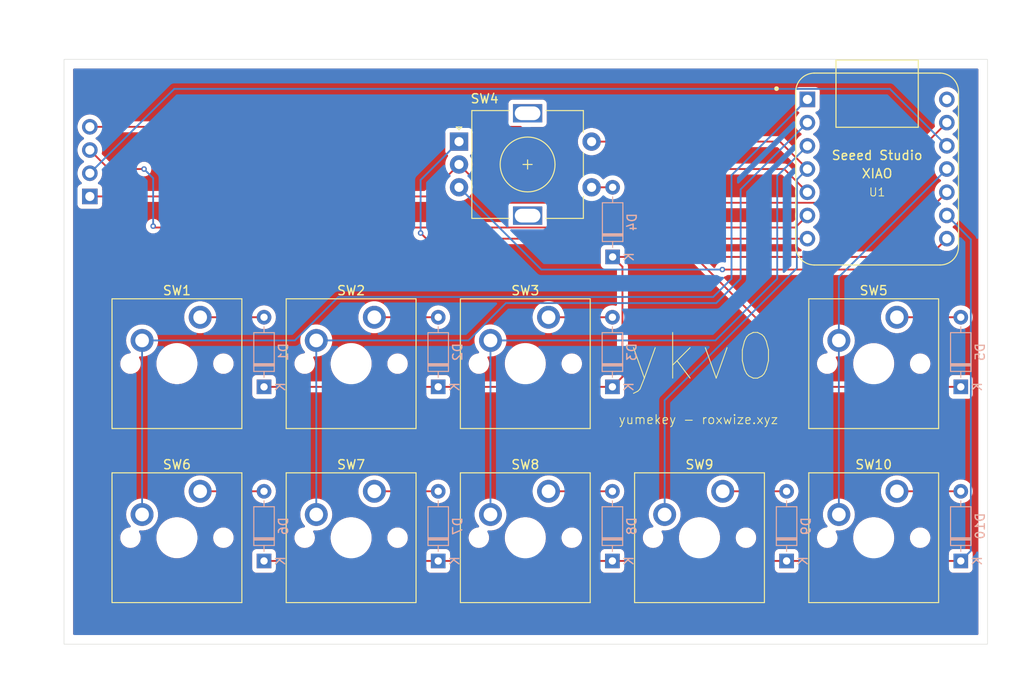
<source format=kicad_pcb>
(kicad_pcb (version 20240108) (generator "pcbnew") (generator_version "8.0")
  (layers (0 "F.Cu" signal) (31 "B.Cu" signal) (34 "B.Paste" user) (35 "F.Paste" user) (36 "B.SilkS" user "B.Silkscreen") (37 "F.SilkS" user "F.Silkscreen") (38 "B.Mask" user) (39 "F.Mask" user) (44 "Edge.Cuts" user))
  (net 0 "")
  (net 1 "row0")
  (net 2 "Net-(D1-A)")
  (net 3 "Net-(D2-A)")
  (net 4 "Net-(D3-A)")
  (net 5 "rsa")
  (net 6 "Net-(D5-A)")
  (net 7 "row1")
  (net 8 "Net-(D6-A)")
  (net 9 "Net-(D7-A)")
  (net 10 "Net-(D8-A)")
  (net 11 "Net-(D9-A)")
  (net 12 "Net-(D10-A)")
  (net 13 "Net-(J1-SCL)")
  (net 14 "+3.3V")
  (net 15 "GND")
  (net 16 "Net-(J1-SDA)")
  (net 17 "col0")
  (net 18 "col1")
  (net 19 "col2")
  (net 20 "rea")
  (net 21 "col3")
  (net 22 "reb")
  (net 23 "col4")
  (footprint "ScottoKeebs_Components:OLED_128x32" (layer "F.Cu") (at 122.225 86.2)
    (property "Reference" "J1" (hide yes))
    (property "Value" "SSD1306")
    (pad "1" thru_hole rect (at 1.6 9.8 180) (size 1.7 1.7) (drill 1) (layers "*.Cu" "*.Mask") (net 15 "GND"))
    (pad "2" thru_hole oval (at 1.6 7.26 180) (size 1.7 1.7) (drill 1) (layers "*.Cu" "*.Mask") (net 14 "+3.3V"))
    (pad "3" thru_hole oval (at 1.6 4.72 180) (size 1.7 1.7) (drill 1) (layers "*.Cu" "*.Mask") (net 13 "Net-(J1-SCL)"))
    (pad "4" thru_hole oval (at 1.6 2.18 180) (size 1.7 1.7) (drill 1) (layers "*.Cu" "*.Mask") (net 16 "Net-(J1-SDA)"))
  )
  (footprint "User_Footprints:XIAO-Generic-Thruhole-14P-2.54-21X17.8MM" (layer "F.Cu") (at 209.925 93)
    (property "Reference" "U1" (at 0 2.54 0) (layer "F.SilkS") (effects (font (size 0.889 0.889) (thickness 0.1016))))
    (property "Value" "Seeed Studio XIAO SAMD21" (hide yes))
    (fp_line (start -8.9 -8.5) (end -8.9 8.5) (stroke (width 0.127)) (layer "F.SilkS"))
    (fp_line (start -6.9 10.5) (end 6.9 10.5) (stroke (width 0.127)) (layer "F.SilkS"))
    (fp_line (start -4.5 -11.92403) (end 4.5 -11.92403) (stroke (width 0.127)) (layer "F.SilkS"))
    (fp_line (start -4.5 -4.57073) (end -4.5 -11.92403) (stroke (width 0.127)) (layer "F.SilkS"))
    (fp_line (start 4.5 -11.92403) (end 4.5 -4.57073) (stroke (width 0.127)) (layer "F.SilkS"))
    (fp_line (start 4.5 -4.57073) (end -4.5 -4.57073) (stroke (width 0.127)) (layer "F.SilkS"))
    (fp_line (start 6.9 -10.49909) (end -6.9 -10.49909) (stroke (width 0.127)) (layer "F.SilkS"))
    (fp_line (start 8.9 8.5) (end 8.9 -8.5) (stroke (width 0.127)) (layer "F.SilkS"))
    (fp_arc (start -8.9 -8.5) (mid -8.301491 -9.901491) (end -6.9 -10.5) (stroke (width 0.12)) (layer "F.SilkS"))
    (fp_arc (start -6.9 10.5) (mid -8.301423 9.901423) (end -8.9 8.5) (stroke (width 0.12)) (layer "F.SilkS"))
    (fp_arc (start 6.9 -10.5) (mid 8.301494 -9.901494) (end 8.9 -8.5) (stroke (width 0.12)) (layer "F.SilkS"))
    (fp_arc (start 8.9 8.5) (mid 8.314214 9.914214) (end 6.9 10.5) (stroke (width 0.12)) (layer "F.SilkS"))
    (fp_circle (center -11 -8.8) (end -11 -9.054) (fill solid) (layer "F.SilkS"))
    (fp_poly (pts (xy -8.887715 -8.561705) (xy -8.884667 -8.610473) (xy -8.880603 -8.659494)) (stroke (width 0.0254)) (fill none) (layer "F.SilkS"))
    (fp_poly (pts (xy 8.889492 8.521574) (xy 8.887713 8.57085) (xy 8.884665 8.619618) (xy 8.880601 8.668639) (xy 8.875268 8.717407) (xy 8.868664 8.766175) (xy 8.861044 8.81469) (xy 8.852153 8.86295) (xy 8.842248 8.910955)) (stroke (width 0.0254)) (fill none) (layer "F.SilkS"))
    (fp_text user "Seeed Studio" (at 0 -1.5 0) (layer "F.SilkS"))
    (fp_text user "XIAO" (at 0 0.5 0) (layer "F.SilkS"))
    (pad "1" thru_hole rect (at -7.625 -7.62) (size 1.7 1.7) (drill 1) (layers "*.Cu" "*.Mask") (net 17 "col0"))
    (pad "2" thru_hole circle (at -7.625 -5.08) (size 1.7 1.7) (drill 1) (layers "*.Cu" "*.Mask") (net 18 "col1"))
    (pad "3" thru_hole circle (at -7.625 -2.54) (size 1.7 1.7) (drill 1) (layers "*.Cu" "*.Mask") (net 19 "col2"))
    (pad "4" thru_hole circle (at -7.625 0) (size 1.7 1.7) (drill 1) (layers "*.Cu" "*.Mask") (net 21 "col3"))
    (pad "5" thru_hole circle (at -7.625 2.54) (size 1.7 1.7) (drill 1) (layers "*.Cu" "*.Mask") (net 16 "Net-(J1-SDA)"))
    (pad "6" thru_hole circle (at -7.625 5.08 180) (size 1.7 1.7) (drill 1) (layers "*.Cu" "*.Mask") (net 13 "Net-(J1-SCL)"))
    (pad "7" thru_hole circle (at -7.625 7.62) (size 1.7 1.7) (drill 1) (layers "*.Cu" "*.Mask") (net 20 "rea"))
    (pad "8" thru_hole circle (at 7.625 7.62) (size 1.7 1.7) (drill 1) (layers "*.Cu" "*.Mask") (net 22 "reb"))
    (pad "9" thru_hole circle (at 7.625 5.08) (size 1.7 1.7) (drill 1) (layers "*.Cu" "*.Mask") (net 7 "row1"))
    (pad "10" thru_hole circle (at 7.625 2.54) (size 1.7 1.7) (drill 1) (layers "*.Cu" "*.Mask") (net 1 "row0"))
    (pad "11" thru_hole circle (at 7.625 0) (size 1.7 1.7) (drill 1) (layers "*.Cu" "*.Mask") (net 23 "col4"))
    (pad "12" thru_hole circle (at 7.625 -2.54) (size 1.7 1.7) (drill 1) (layers "*.Cu" "*.Mask") (net 14 "+3.3V"))
    (pad "13" thru_hole circle (at 7.625 -5.08) (size 1.7 1.7) (drill 1) (layers "*.Cu" "*.Mask") (net 15 "GND"))
    (pad "14" thru_hole circle (at 7.625 -7.62) (size 1.7 1.7) (drill 1) (layers "*.Cu" "*.Mask"))
  )
  (footprint "ScottoKeebs_MX:MX_PCB_1.00u" (layer "F.Cu") (at 190.5 133.35)
    (property "Reference" "SW9" (at 0 -8 0) (layer "F.SilkS"))
    (property "Value" "SW_Push")
    (fp_line (start -7.1 -7.1) (end -7.1 7.1) (stroke (width 0.12)) (layer "F.SilkS"))
    (fp_line (start -7.1 7.1) (end 7.1 7.1) (stroke (width 0.12)) (layer "F.SilkS"))
    (fp_line (start 7.1 -7.1) (end -7.1 -7.1) (stroke (width 0.12)) (layer "F.SilkS"))
    (fp_line (start 7.1 7.1) (end 7.1 -7.1) (stroke (width 0.12)) (layer "F.SilkS"))
    (pad "" np_thru_hole circle (at -5.08 0) (size 1.75 1.75) (drill 1.75) (layers "*.Cu" "*.Mask"))
    (pad "" np_thru_hole circle (at 0 0) (size 4 4) (drill 4) (layers "*.Cu" "*.Mask"))
    (pad "" np_thru_hole circle (at 5.08 0) (size 1.75 1.75) (drill 1.75) (layers "*.Cu" "*.Mask"))
    (pad "1" thru_hole circle (at -3.81 -2.54) (size 2.5 2.5) (drill 1.5) (layers "*.Cu" "*.Mask") (net 21 "col3"))
    (pad "2" thru_hole circle (at 2.54 -5.08) (size 2.5 2.5) (drill 1.5) (layers "*.Cu" "*.Mask") (net 11 "Net-(D9-A)"))
  )
  (footprint "ScottoKeebs_MX:MX_PCB_1.00u" (layer "F.Cu") (at 171.45 114.3)
    (property "Reference" "SW3" (at 0 -8 0) (layer "F.SilkS"))
    (property "Value" "SW_Push")
    (fp_line (start -7.1 -7.1) (end -7.1 7.1) (stroke (width 0.12)) (layer "F.SilkS"))
    (fp_line (start -7.1 7.1) (end 7.1 7.1) (stroke (width 0.12)) (layer "F.SilkS"))
    (fp_line (start 7.1 -7.1) (end -7.1 -7.1) (stroke (width 0.12)) (layer "F.SilkS"))
    (fp_line (start 7.1 7.1) (end 7.1 -7.1) (stroke (width 0.12)) (layer "F.SilkS"))
    (pad "" np_thru_hole circle (at -5.08 0) (size 1.75 1.75) (drill 1.75) (layers "*.Cu" "*.Mask"))
    (pad "" np_thru_hole circle (at 0 0) (size 4 4) (drill 4) (layers "*.Cu" "*.Mask"))
    (pad "" np_thru_hole circle (at 5.08 0) (size 1.75 1.75) (drill 1.75) (layers "*.Cu" "*.Mask"))
    (pad "1" thru_hole circle (at -3.81 -2.54) (size 2.5 2.5) (drill 1.5) (layers "*.Cu" "*.Mask") (net 19 "col2"))
    (pad "2" thru_hole circle (at 2.54 -5.08) (size 2.5 2.5) (drill 1.5) (layers "*.Cu" "*.Mask") (net 4 "Net-(D3-A)"))
  )
  (footprint "ScottoKeebs_MX:MX_PCB_1.00u" (layer "F.Cu") (at 133.35 133.35)
    (property "Reference" "SW6" (at 0 -8 0) (layer "F.SilkS"))
    (property "Value" "SW_Push")
    (fp_line (start -7.1 -7.1) (end -7.1 7.1) (stroke (width 0.12)) (layer "F.SilkS"))
    (fp_line (start -7.1 7.1) (end 7.1 7.1) (stroke (width 0.12)) (layer "F.SilkS"))
    (fp_line (start 7.1 -7.1) (end -7.1 -7.1) (stroke (width 0.12)) (layer "F.SilkS"))
    (fp_line (start 7.1 7.1) (end 7.1 -7.1) (stroke (width 0.12)) (layer "F.SilkS"))
    (pad "" np_thru_hole circle (at -5.08 0) (size 1.75 1.75) (drill 1.75) (layers "*.Cu" "*.Mask"))
    (pad "" np_thru_hole circle (at 0 0) (size 4 4) (drill 4) (layers "*.Cu" "*.Mask"))
    (pad "" np_thru_hole circle (at 5.08 0) (size 1.75 1.75) (drill 1.75) (layers "*.Cu" "*.Mask"))
    (pad "1" thru_hole circle (at -3.81 -2.54) (size 2.5 2.5) (drill 1.5) (layers "*.Cu" "*.Mask") (net 17 "col0"))
    (pad "2" thru_hole circle (at 2.54 -5.08) (size 2.5 2.5) (drill 1.5) (layers "*.Cu" "*.Mask") (net 8 "Net-(D6-A)"))
  )
  (footprint "ScottoKeebs_MX:MX_PCB_1.00u" (layer "F.Cu") (at 133.35 114.3)
    (property "Reference" "SW1" (at 0 -8 0) (layer "F.SilkS"))
    (property "Value" "SW_Push")
    (fp_line (start -7.1 -7.1) (end -7.1 7.1) (stroke (width 0.12)) (layer "F.SilkS"))
    (fp_line (start -7.1 7.1) (end 7.1 7.1) (stroke (width 0.12)) (layer "F.SilkS"))
    (fp_line (start 7.1 -7.1) (end -7.1 -7.1) (stroke (width 0.12)) (layer "F.SilkS"))
    (fp_line (start 7.1 7.1) (end 7.1 -7.1) (stroke (width 0.12)) (layer "F.SilkS"))
    (pad "" np_thru_hole circle (at -5.08 0) (size 1.75 1.75) (drill 1.75) (layers "*.Cu" "*.Mask"))
    (pad "" np_thru_hole circle (at 0 0) (size 4 4) (drill 4) (layers "*.Cu" "*.Mask"))
    (pad "" np_thru_hole circle (at 5.08 0) (size 1.75 1.75) (drill 1.75) (layers "*.Cu" "*.Mask"))
    (pad "1" thru_hole circle (at -3.81 -2.54) (size 2.5 2.5) (drill 1.5) (layers "*.Cu" "*.Mask") (net 17 "col0"))
    (pad "2" thru_hole circle (at 2.54 -5.08) (size 2.5 2.5) (drill 1.5) (layers "*.Cu" "*.Mask") (net 2 "Net-(D1-A)"))
  )
  (footprint "ScottoKeebs_MX:MX_PCB_1.00u" (layer "F.Cu") (at 209.55 133.35)
    (property "Reference" "SW10" (at 0 -8 0) (layer "F.SilkS"))
    (property "Value" "SW_Push")
    (fp_line (start -7.1 -7.1) (end -7.1 7.1) (stroke (width 0.12)) (layer "F.SilkS"))
    (fp_line (start -7.1 7.1) (end 7.1 7.1) (stroke (width 0.12)) (layer "F.SilkS"))
    (fp_line (start 7.1 -7.1) (end -7.1 -7.1) (stroke (width 0.12)) (layer "F.SilkS"))
    (fp_line (start 7.1 7.1) (end 7.1 -7.1) (stroke (width 0.12)) (layer "F.SilkS"))
    (pad "" np_thru_hole circle (at -5.08 0) (size 1.75 1.75) (drill 1.75) (layers "*.Cu" "*.Mask"))
    (pad "" np_thru_hole circle (at 0 0) (size 4 4) (drill 4) (layers "*.Cu" "*.Mask"))
    (pad "" np_thru_hole circle (at 5.08 0) (size 1.75 1.75) (drill 1.75) (layers "*.Cu" "*.Mask"))
    (pad "1" thru_hole circle (at -3.81 -2.54) (size 2.5 2.5) (drill 1.5) (layers "*.Cu" "*.Mask") (net 23 "col4"))
    (pad "2" thru_hole circle (at 2.54 -5.08) (size 2.5 2.5) (drill 1.5) (layers "*.Cu" "*.Mask") (net 12 "Net-(D10-A)"))
  )
  (footprint "Rotary_Encoder:RotaryEncoder_Alps_EC11E-Switch_Vertical_H20mm" (layer "F.Cu") (at 164.2 90)
    (property "Reference" "SW4" (at 2.8 -4.7 0) (layer "F.SilkS"))
    (property "Value" "RotaryEncoder_Switch")
    (fp_line (start -0.3 -1.6) (end 0.3 -1.6) (stroke (width 0.12)) (layer "F.SilkS"))
    (fp_line (start 0 -1.3) (end -0.3 -1.6) (stroke (width 0.12)) (layer "F.SilkS"))
    (fp_line (start 0.3 -1.6) (end 0 -1.3) (stroke (width 0.12)) (layer "F.SilkS"))
    (fp_line (start 1.4 -3.4) (end 1.4 8.4) (stroke (width 0.12)) (layer "F.SilkS"))
    (fp_line (start 5.5 -3.4) (end 1.4 -3.4) (stroke (width 0.12)) (layer "F.SilkS"))
    (fp_line (start 5.5 8.4) (end 1.4 8.4) (stroke (width 0.12)) (layer "F.SilkS"))
    (fp_line (start 7 2.5) (end 8 2.5) (stroke (width 0.12)) (layer "F.SilkS"))
    (fp_line (start 7.5 2) (end 7.5 3) (stroke (width 0.12)) (layer "F.SilkS"))
    (fp_line (start 9.5 -3.4) (end 13.6 -3.4) (stroke (width 0.12)) (layer "F.SilkS"))
    (fp_line (start 13.6 -3.4) (end 13.6 -1) (stroke (width 0.12)) (layer "F.SilkS"))
    (fp_line (start 13.6 1.2) (end 13.6 3.8) (stroke (width 0.12)) (layer "F.SilkS"))
    (fp_line (start 13.6 6) (end 13.6 8.4) (stroke (width 0.12)) (layer "F.SilkS"))
    (fp_line (start 13.6 8.4) (end 9.5 8.4) (stroke (width 0.12)) (layer "F.SilkS"))
    (fp_circle (center 7.5 2.5) (end 10.5 2.5) (stroke (width 0.12)) (fill none) (layer "F.SilkS"))
    (pad "A" thru_hole rect (at 0 0) (size 2 2) (drill 1) (layers "*.Cu" "*.Mask") (net 20 "rea"))
    (pad "B" thru_hole circle (at 0 5) (size 2 2) (drill 1) (layers "*.Cu" "*.Mask") (net 22 "reb"))
    (pad "C" thru_hole circle (at 0 2.5) (size 2 2) (drill 1) (layers "*.Cu" "*.Mask") (net 15 "GND"))
    (pad "MP" thru_hole rect (at 7.5 -3.1) (size 3.2 2) (drill oval 2.8 1.5) (layers "*.Cu" "*.Mask"))
    (pad "MP" thru_hole rect (at 7.5 8.1) (size 3.2 2) (drill oval 2.8 1.5) (layers "*.Cu" "*.Mask"))
    (pad "S1" thru_hole circle (at 14.5 5) (size 2 2) (drill 1) (layers "*.Cu" "*.Mask") (net 5 "rsa"))
    (pad "S2" thru_hole circle (at 14.5 0) (size 2 2) (drill 1) (layers "*.Cu" "*.Mask") (net 21 "col3"))
  )
  (footprint "ScottoKeebs_MX:MX_PCB_1.00u" (layer "F.Cu") (at 152.4 114.3)
    (property "Reference" "SW2" (at 0 -8 0) (layer "F.SilkS"))
    (property "Value" "SW_Push")
    (fp_line (start -7.1 -7.1) (end -7.1 7.1) (stroke (width 0.12)) (layer "F.SilkS"))
    (fp_line (start -7.1 7.1) (end 7.1 7.1) (stroke (width 0.12)) (layer "F.SilkS"))
    (fp_line (start 7.1 -7.1) (end -7.1 -7.1) (stroke (width 0.12)) (layer "F.SilkS"))
    (fp_line (start 7.1 7.1) (end 7.1 -7.1) (stroke (width 0.12)) (layer "F.SilkS"))
    (pad "" np_thru_hole circle (at -5.08 0) (size 1.75 1.75) (drill 1.75) (layers "*.Cu" "*.Mask"))
    (pad "" np_thru_hole circle (at 0 0) (size 4 4) (drill 4) (layers "*.Cu" "*.Mask"))
    (pad "" np_thru_hole circle (at 5.08 0) (size 1.75 1.75) (drill 1.75) (layers "*.Cu" "*.Mask"))
    (pad "1" thru_hole circle (at -3.81 -2.54) (size 2.5 2.5) (drill 1.5) (layers "*.Cu" "*.Mask") (net 18 "col1"))
    (pad "2" thru_hole circle (at 2.54 -5.08) (size 2.5 2.5) (drill 1.5) (layers "*.Cu" "*.Mask") (net 3 "Net-(D2-A)"))
  )
  (footprint "ScottoKeebs_MX:MX_PCB_1.00u" (layer "F.Cu") (at 209.55 114.3)
    (property "Reference" "SW5" (at 0 -8 0) (layer "F.SilkS"))
    (property "Value" "SW_Push")
    (fp_line (start -7.1 -7.1) (end -7.1 7.1) (stroke (width 0.12)) (layer "F.SilkS"))
    (fp_line (start -7.1 7.1) (end 7.1 7.1) (stroke (width 0.12)) (layer "F.SilkS"))
    (fp_line (start 7.1 -7.1) (end -7.1 -7.1) (stroke (width 0.12)) (layer "F.SilkS"))
    (fp_line (start 7.1 7.1) (end 7.1 -7.1) (stroke (width 0.12)) (layer "F.SilkS"))
    (pad "" np_thru_hole circle (at -5.08 0) (size 1.75 1.75) (drill 1.75) (layers "*.Cu" "*.Mask"))
    (pad "" np_thru_hole circle (at 0 0) (size 4 4) (drill 4) (layers "*.Cu" "*.Mask"))
    (pad "" np_thru_hole circle (at 5.08 0) (size 1.75 1.75) (drill 1.75) (layers "*.Cu" "*.Mask"))
    (pad "1" thru_hole circle (at -3.81 -2.54) (size 2.5 2.5) (drill 1.5) (layers "*.Cu" "*.Mask") (net 23 "col4"))
    (pad "2" thru_hole circle (at 2.54 -5.08) (size 2.5 2.5) (drill 1.5) (layers "*.Cu" "*.Mask") (net 6 "Net-(D5-A)"))
  )
  (footprint "ScottoKeebs_MX:MX_PCB_1.00u" (layer "F.Cu") (at 171.45 133.35)
    (property "Reference" "SW8" (at 0 -8 0) (layer "F.SilkS"))
    (property "Value" "SW_Push")
    (fp_line (start -7.1 -7.1) (end -7.1 7.1) (stroke (width 0.12)) (layer "F.SilkS"))
    (fp_line (start -7.1 7.1) (end 7.1 7.1) (stroke (width 0.12)) (layer "F.SilkS"))
    (fp_line (start 7.1 -7.1) (end -7.1 -7.1) (stroke (width 0.12)) (layer "F.SilkS"))
    (fp_line (start 7.1 7.1) (end 7.1 -7.1) (stroke (width 0.12)) (layer "F.SilkS"))
    (pad "" np_thru_hole circle (at -5.08 0) (size 1.75 1.75) (drill 1.75) (layers "*.Cu" "*.Mask"))
    (pad "" np_thru_hole circle (at 0 0) (size 4 4) (drill 4) (layers "*.Cu" "*.Mask"))
    (pad "" np_thru_hole circle (at 5.08 0) (size 1.75 1.75) (drill 1.75) (layers "*.Cu" "*.Mask"))
    (pad "1" thru_hole circle (at -3.81 -2.54) (size 2.5 2.5) (drill 1.5) (layers "*.Cu" "*.Mask") (net 19 "col2"))
    (pad "2" thru_hole circle (at 2.54 -5.08) (size 2.5 2.5) (drill 1.5) (layers "*.Cu" "*.Mask") (net 10 "Net-(D8-A)"))
  )
  (footprint "ScottoKeebs_MX:MX_PCB_1.00u" (layer "F.Cu") (at 152.4 133.35)
    (property "Reference" "SW7" (at 0 -8 0) (layer "F.SilkS"))
    (property "Value" "SW_Push")
    (fp_line (start -7.1 -7.1) (end -7.1 7.1) (stroke (width 0.12)) (layer "F.SilkS"))
    (fp_line (start -7.1 7.1) (end 7.1 7.1) (stroke (width 0.12)) (layer "F.SilkS"))
    (fp_line (start 7.1 -7.1) (end -7.1 -7.1) (stroke (width 0.12)) (layer "F.SilkS"))
    (fp_line (start 7.1 7.1) (end 7.1 -7.1) (stroke (width 0.12)) (layer "F.SilkS"))
    (pad "" np_thru_hole circle (at -5.08 0) (size 1.75 1.75) (drill 1.75) (layers "*.Cu" "*.Mask"))
    (pad "" np_thru_hole circle (at 0 0) (size 4 4) (drill 4) (layers "*.Cu" "*.Mask"))
    (pad "" np_thru_hole circle (at 5.08 0) (size 1.75 1.75) (drill 1.75) (layers "*.Cu" "*.Mask"))
    (pad "1" thru_hole circle (at -3.81 -2.54) (size 2.5 2.5) (drill 1.5) (layers "*.Cu" "*.Mask") (net 18 "col1"))
    (pad "2" thru_hole circle (at 2.54 -5.08) (size 2.5 2.5) (drill 1.5) (layers "*.Cu" "*.Mask") (net 9 "Net-(D7-A)"))
  )
  (footprint "Diode_THT:D_DO-35_SOD27_P7.62mm_Horizontal" (layer "B.Cu") (at 180.975 135.89 90)
    (property "Reference" "D8" (at 3.81 2.12 90) (layer "B.SilkS") (effects (justify mirror)))
    (property "Value" "1N4148")
    (fp_line (start 5.93 -1.12) (end 1.69 -1.12) (stroke (width 0.12)) (layer "B.SilkS"))
    (fp_line (start 2.53 -1.12) (end 2.53 1.12) (stroke (width 0.12)) (layer "B.SilkS"))
    (fp_line (start 2.41 -1.12) (end 2.41 1.12) (stroke (width 0.12)) (layer "B.SilkS"))
    (fp_line (start 2.29 -1.12) (end 2.29 1.12) (stroke (width 0.12)) (layer "B.SilkS"))
    (fp_line (start 1.69 -1.12) (end 1.69 1.12) (stroke (width 0.12)) (layer "B.SilkS"))
    (fp_line (start 5.93 0) (end 6.58 0) (stroke (width 0.12)) (layer "B.SilkS"))
    (fp_line (start 1.69 0) (end 1.04 0) (stroke (width 0.12)) (layer "B.SilkS"))
    (fp_line (start 5.93 1.12) (end 5.93 -1.12) (stroke (width 0.12)) (layer "B.SilkS"))
    (fp_line (start 1.69 1.12) (end 5.93 1.12) (stroke (width 0.12)) (layer "B.SilkS"))
    (fp_text user "K" (at 0 1.8 90) (layer "B.SilkS") (effects (justify mirror)))
    (pad "1" thru_hole rect (at 0 0 90) (size 1.6 1.6) (drill 0.8) (layers "*.Cu" "*.Mask") (net 7 "row1"))
    (pad "2" thru_hole oval (at 7.62 0 90) (size 1.6 1.6) (drill 0.8) (layers "*.Cu" "*.Mask") (net 10 "Net-(D8-A)"))
  )
  (footprint "Diode_THT:D_DO-35_SOD27_P7.62mm_Horizontal" (layer "B.Cu") (at 180.975 116.84 90)
    (property "Reference" "D3" (at 3.81 2.12 90) (layer "B.SilkS") (effects (justify mirror)))
    (property "Value" "1N4148")
    (fp_line (start 5.93 -1.12) (end 1.69 -1.12) (stroke (width 0.12)) (layer "B.SilkS"))
    (fp_line (start 2.53 -1.12) (end 2.53 1.12) (stroke (width 0.12)) (layer "B.SilkS"))
    (fp_line (start 2.41 -1.12) (end 2.41 1.12) (stroke (width 0.12)) (layer "B.SilkS"))
    (fp_line (start 2.29 -1.12) (end 2.29 1.12) (stroke (width 0.12)) (layer "B.SilkS"))
    (fp_line (start 1.69 -1.12) (end 1.69 1.12) (stroke (width 0.12)) (layer "B.SilkS"))
    (fp_line (start 5.93 0) (end 6.58 0) (stroke (width 0.12)) (layer "B.SilkS"))
    (fp_line (start 1.69 0) (end 1.04 0) (stroke (width 0.12)) (layer "B.SilkS"))
    (fp_line (start 5.93 1.12) (end 5.93 -1.12) (stroke (width 0.12)) (layer "B.SilkS"))
    (fp_line (start 1.69 1.12) (end 5.93 1.12) (stroke (width 0.12)) (layer "B.SilkS"))
    (fp_text user "K" (at 0 1.8 90) (layer "B.SilkS") (effects (justify mirror)))
    (pad "1" thru_hole rect (at 0 0 90) (size 1.6 1.6) (drill 0.8) (layers "*.Cu" "*.Mask") (net 1 "row0"))
    (pad "2" thru_hole oval (at 7.62 0 90) (size 1.6 1.6) (drill 0.8) (layers "*.Cu" "*.Mask") (net 4 "Net-(D3-A)"))
  )
  (footprint "Diode_THT:D_DO-35_SOD27_P7.62mm_Horizontal" (layer "B.Cu") (at 161.925 116.84 90)
    (property "Reference" "D2" (at 3.81 2.12 90) (layer "B.SilkS") (effects (justify mirror)))
    (property "Value" "1N4148")
    (fp_line (start 5.93 -1.12) (end 1.69 -1.12) (stroke (width 0.12)) (layer "B.SilkS"))
    (fp_line (start 2.53 -1.12) (end 2.53 1.12) (stroke (width 0.12)) (layer "B.SilkS"))
    (fp_line (start 2.41 -1.12) (end 2.41 1.12) (stroke (width 0.12)) (layer "B.SilkS"))
    (fp_line (start 2.29 -1.12) (end 2.29 1.12) (stroke (width 0.12)) (layer "B.SilkS"))
    (fp_line (start 1.69 -1.12) (end 1.69 1.12) (stroke (width 0.12)) (layer "B.SilkS"))
    (fp_line (start 5.93 0) (end 6.58 0) (stroke (width 0.12)) (layer "B.SilkS"))
    (fp_line (start 1.69 0) (end 1.04 0) (stroke (width 0.12)) (layer "B.SilkS"))
    (fp_line (start 5.93 1.12) (end 5.93 -1.12) (stroke (width 0.12)) (layer "B.SilkS"))
    (fp_line (start 1.69 1.12) (end 5.93 1.12) (stroke (width 0.12)) (layer "B.SilkS"))
    (fp_text user "K" (at 0 1.8 90) (layer "B.SilkS") (effects (justify mirror)))
    (pad "1" thru_hole rect (at 0 0 90) (size 1.6 1.6) (drill 0.8) (layers "*.Cu" "*.Mask") (net 1 "row0"))
    (pad "2" thru_hole oval (at 7.62 0 90) (size 1.6 1.6) (drill 0.8) (layers "*.Cu" "*.Mask") (net 3 "Net-(D2-A)"))
  )
  (footprint "Diode_THT:D_DO-35_SOD27_P7.62mm_Horizontal" (layer "B.Cu") (at 219.075 135.89 90)
    (property "Reference" "D10" (at 3.81 2.12 90) (layer "B.SilkS") (effects (justify mirror)))
    (property "Value" "1N4148")
    (fp_line (start 5.93 -1.12) (end 1.69 -1.12) (stroke (width 0.12)) (layer "B.SilkS"))
    (fp_line (start 2.53 -1.12) (end 2.53 1.12) (stroke (width 0.12)) (layer "B.SilkS"))
    (fp_line (start 2.41 -1.12) (end 2.41 1.12) (stroke (width 0.12)) (layer "B.SilkS"))
    (fp_line (start 2.29 -1.12) (end 2.29 1.12) (stroke (width 0.12)) (layer "B.SilkS"))
    (fp_line (start 1.69 -1.12) (end 1.69 1.12) (stroke (width 0.12)) (layer "B.SilkS"))
    (fp_line (start 5.93 0) (end 6.58 0) (stroke (width 0.12)) (layer "B.SilkS"))
    (fp_line (start 1.69 0) (end 1.04 0) (stroke (width 0.12)) (layer "B.SilkS"))
    (fp_line (start 5.93 1.12) (end 5.93 -1.12) (stroke (width 0.12)) (layer "B.SilkS"))
    (fp_line (start 1.69 1.12) (end 5.93 1.12) (stroke (width 0.12)) (layer "B.SilkS"))
    (fp_text user "K" (at 0 1.8 90) (layer "B.SilkS") (effects (justify mirror)))
    (pad "1" thru_hole rect (at 0 0 90) (size 1.6 1.6) (drill 0.8) (layers "*.Cu" "*.Mask") (net 7 "row1"))
    (pad "2" thru_hole oval (at 7.62 0 90) (size 1.6 1.6) (drill 0.8) (layers "*.Cu" "*.Mask") (net 12 "Net-(D10-A)"))
  )
  (footprint "Diode_THT:D_DO-35_SOD27_P7.62mm_Horizontal" (layer "B.Cu") (at 142.875 116.84 90)
    (property "Reference" "D1" (at 3.81 2.12 90) (layer "B.SilkS") (effects (justify mirror)))
    (property "Value" "1N4148")
    (fp_line (start 5.93 -1.12) (end 1.69 -1.12) (stroke (width 0.12)) (layer "B.SilkS"))
    (fp_line (start 2.53 -1.12) (end 2.53 1.12) (stroke (width 0.12)) (layer "B.SilkS"))
    (fp_line (start 2.41 -1.12) (end 2.41 1.12) (stroke (width 0.12)) (layer "B.SilkS"))
    (fp_line (start 2.29 -1.12) (end 2.29 1.12) (stroke (width 0.12)) (layer "B.SilkS"))
    (fp_line (start 1.69 -1.12) (end 1.69 1.12) (stroke (width 0.12)) (layer "B.SilkS"))
    (fp_line (start 5.93 0) (end 6.58 0) (stroke (width 0.12)) (layer "B.SilkS"))
    (fp_line (start 1.69 0) (end 1.04 0) (stroke (width 0.12)) (layer "B.SilkS"))
    (fp_line (start 5.93 1.12) (end 5.93 -1.12) (stroke (width 0.12)) (layer "B.SilkS"))
    (fp_line (start 1.69 1.12) (end 5.93 1.12) (stroke (width 0.12)) (layer "B.SilkS"))
    (fp_text user "K" (at 0 1.8 90) (layer "B.SilkS") (effects (justify mirror)))
    (pad "1" thru_hole rect (at 0 0 90) (size 1.6 1.6) (drill 0.8) (layers "*.Cu" "*.Mask") (net 1 "row0"))
    (pad "2" thru_hole oval (at 7.62 0 90) (size 1.6 1.6) (drill 0.8) (layers "*.Cu" "*.Mask") (net 2 "Net-(D1-A)"))
  )
  (footprint "Diode_THT:D_DO-35_SOD27_P7.62mm_Horizontal" (layer "B.Cu") (at 181 102.62 90)
    (property "Reference" "D4" (at 3.81 2.12 90) (layer "B.SilkS") (effects (justify mirror)))
    (property "Value" "1N4148")
    (fp_line (start 5.93 -1.12) (end 1.69 -1.12) (stroke (width 0.12)) (layer "B.SilkS"))
    (fp_line (start 2.53 -1.12) (end 2.53 1.12) (stroke (width 0.12)) (layer "B.SilkS"))
    (fp_line (start 2.41 -1.12) (end 2.41 1.12) (stroke (width 0.12)) (layer "B.SilkS"))
    (fp_line (start 2.29 -1.12) (end 2.29 1.12) (stroke (width 0.12)) (layer "B.SilkS"))
    (fp_line (start 1.69 -1.12) (end 1.69 1.12) (stroke (width 0.12)) (layer "B.SilkS"))
    (fp_line (start 5.93 0) (end 6.58 0) (stroke (width 0.12)) (layer "B.SilkS"))
    (fp_line (start 1.69 0) (end 1.04 0) (stroke (width 0.12)) (layer "B.SilkS"))
    (fp_line (start 5.93 1.12) (end 5.93 -1.12) (stroke (width 0.12)) (layer "B.SilkS"))
    (fp_line (start 1.69 1.12) (end 5.93 1.12) (stroke (width 0.12)) (layer "B.SilkS"))
    (fp_text user "K" (at 0 1.8 90) (layer "B.SilkS") (effects (justify mirror)))
    (pad "1" thru_hole rect (at 0 0 90) (size 1.6 1.6) (drill 0.8) (layers "*.Cu" "*.Mask") (net 1 "row0"))
    (pad "2" thru_hole oval (at 7.62 0 90) (size 1.6 1.6) (drill 0.8) (layers "*.Cu" "*.Mask") (net 5 "rsa"))
  )
  (footprint "Diode_THT:D_DO-35_SOD27_P7.62mm_Horizontal" (layer "B.Cu") (at 219.075 116.84 90)
    (property "Reference" "D5" (at 3.81 2.12 90) (layer "B.SilkS") (effects (justify mirror)))
    (property "Value" "1N4148")
    (fp_line (start 5.93 -1.12) (end 1.69 -1.12) (stroke (width 0.12)) (layer "B.SilkS"))
    (fp_line (start 2.53 -1.12) (end 2.53 1.12) (stroke (width 0.12)) (layer "B.SilkS"))
    (fp_line (start 2.41 -1.12) (end 2.41 1.12) (stroke (width 0.12)) (layer "B.SilkS"))
    (fp_line (start 2.29 -1.12) (end 2.29 1.12) (stroke (width 0.12)) (layer "B.SilkS"))
    (fp_line (start 1.69 -1.12) (end 1.69 1.12) (stroke (width 0.12)) (layer "B.SilkS"))
    (fp_line (start 5.93 0) (end 6.58 0) (stroke (width 0.12)) (layer "B.SilkS"))
    (fp_line (start 1.69 0) (end 1.04 0) (stroke (width 0.12)) (layer "B.SilkS"))
    (fp_line (start 5.93 1.12) (end 5.93 -1.12) (stroke (width 0.12)) (layer "B.SilkS"))
    (fp_line (start 1.69 1.12) (end 5.93 1.12) (stroke (width 0.12)) (layer "B.SilkS"))
    (fp_text user "K" (at 0 1.8 90) (layer "B.SilkS") (effects (justify mirror)))
    (pad "1" thru_hole rect (at 0 0 90) (size 1.6 1.6) (drill 0.8) (layers "*.Cu" "*.Mask") (net 1 "row0"))
    (pad "2" thru_hole oval (at 7.62 0 90) (size 1.6 1.6) (drill 0.8) (layers "*.Cu" "*.Mask") (net 6 "Net-(D5-A)"))
  )
  (footprint "Diode_THT:D_DO-35_SOD27_P7.62mm_Horizontal" (layer "B.Cu") (at 161.925 135.89 90)
    (property "Reference" "D7" (at 3.81 2.12 90) (layer "B.SilkS") (effects (justify mirror)))
    (property "Value" "1N4148")
    (fp_line (start 5.93 -1.12) (end 1.69 -1.12) (stroke (width 0.12)) (layer "B.SilkS"))
    (fp_line (start 2.53 -1.12) (end 2.53 1.12) (stroke (width 0.12)) (layer "B.SilkS"))
    (fp_line (start 2.41 -1.12) (end 2.41 1.12) (stroke (width 0.12)) (layer "B.SilkS"))
    (fp_line (start 2.29 -1.12) (end 2.29 1.12) (stroke (width 0.12)) (layer "B.SilkS"))
    (fp_line (start 1.69 -1.12) (end 1.69 1.12) (stroke (width 0.12)) (layer "B.SilkS"))
    (fp_line (start 5.93 0) (end 6.58 0) (stroke (width 0.12)) (layer "B.SilkS"))
    (fp_line (start 1.69 0) (end 1.04 0) (stroke (width 0.12)) (layer "B.SilkS"))
    (fp_line (start 5.93 1.12) (end 5.93 -1.12) (stroke (width 0.12)) (layer "B.SilkS"))
    (fp_line (start 1.69 1.12) (end 5.93 1.12) (stroke (width 0.12)) (layer "B.SilkS"))
    (fp_text user "K" (at 0 1.8 90) (layer "B.SilkS") (effects (justify mirror)))
    (pad "1" thru_hole rect (at 0 0 90) (size 1.6 1.6) (drill 0.8) (layers "*.Cu" "*.Mask") (net 7 "row1"))
    (pad "2" thru_hole oval (at 7.62 0 90) (size 1.6 1.6) (drill 0.8) (layers "*.Cu" "*.Mask") (net 9 "Net-(D7-A)"))
  )
  (footprint "Diode_THT:D_DO-35_SOD27_P7.62mm_Horizontal" (layer "B.Cu") (at 142.875 135.89 90)
    (property "Reference" "D6" (at 3.81 2.12 90) (layer "B.SilkS") (effects (justify mirror)))
    (property "Value" "1N4148")
    (fp_line (start 5.93 -1.12) (end 1.69 -1.12) (stroke (width 0.12)) (layer "B.SilkS"))
    (fp_line (start 2.53 -1.12) (end 2.53 1.12) (stroke (width 0.12)) (layer "B.SilkS"))
    (fp_line (start 2.41 -1.12) (end 2.41 1.12) (stroke (width 0.12)) (layer "B.SilkS"))
    (fp_line (start 2.29 -1.12) (end 2.29 1.12) (stroke (width 0.12)) (layer "B.SilkS"))
    (fp_line (start 1.69 -1.12) (end 1.69 1.12) (stroke (width 0.12)) (layer "B.SilkS"))
    (fp_line (start 5.93 0) (end 6.58 0) (stroke (width 0.12)) (layer "B.SilkS"))
    (fp_line (start 1.69 0) (end 1.04 0) (stroke (width 0.12)) (layer "B.SilkS"))
    (fp_line (start 5.93 1.12) (end 5.93 -1.12) (stroke (width 0.12)) (layer "B.SilkS"))
    (fp_line (start 1.69 1.12) (end 5.93 1.12) (stroke (width 0.12)) (layer "B.SilkS"))
    (fp_text user "K" (at 0 1.8 90) (layer "B.SilkS") (effects (justify mirror)))
    (pad "1" thru_hole rect (at 0 0 90) (size 1.6 1.6) (drill 0.8) (layers "*.Cu" "*.Mask") (net 7 "row1"))
    (pad "2" thru_hole oval (at 7.62 0 90) (size 1.6 1.6) (drill 0.8) (layers "*.Cu" "*.Mask") (net 8 "Net-(D6-A)"))
  )
  (footprint "Diode_THT:D_DO-35_SOD27_P7.62mm_Horizontal" (layer "B.Cu") (at 200.025 135.89 90)
    (property "Reference" "D9" (at 3.81 2.12 90) (layer "B.SilkS") (effects (justify mirror)))
    (property "Value" "1N4148")
    (fp_line (start 5.93 -1.12) (end 1.69 -1.12) (stroke (width 0.12)) (layer "B.SilkS"))
    (fp_line (start 2.53 -1.12) (end 2.53 1.12) (stroke (width 0.12)) (layer "B.SilkS"))
    (fp_line (start 2.41 -1.12) (end 2.41 1.12) (stroke (width 0.12)) (layer "B.SilkS"))
    (fp_line (start 2.29 -1.12) (end 2.29 1.12) (stroke (width 0.12)) (layer "B.SilkS"))
    (fp_line (start 1.69 -1.12) (end 1.69 1.12) (stroke (width 0.12)) (layer "B.SilkS"))
    (fp_line (start 5.93 0) (end 6.58 0) (stroke (width 0.12)) (layer "B.SilkS"))
    (fp_line (start 1.69 0) (end 1.04 0) (stroke (width 0.12)) (layer "B.SilkS"))
    (fp_line (start 5.93 1.12) (end 5.93 -1.12) (stroke (width 0.12)) (layer "B.SilkS"))
    (fp_line (start 1.69 1.12) (end 5.93 1.12) (stroke (width 0.12)) (layer "B.SilkS"))
    (fp_text user "K" (at 0 1.8 90) (layer "B.SilkS") (effects (justify mirror)))
    (pad "1" thru_hole rect (at 0 0 90) (size 1.6 1.6) (drill 0.8) (layers "*.Cu" "*.Mask") (net 7 "row1"))
    (pad "2" thru_hole oval (at 7.62 0 90) (size 1.6 1.6) (drill 0.8) (layers "*.Cu" "*.Mask") (net 11 "Net-(D9-A)"))
  )
  (gr_rect (start 121 81) (end 222 145) (stroke (width 0.05)) (fill none) (layer "Edge.Cuts"))
  (gr_text "yumekey - roxwize.xyz" (at 181.6 121 0) (layer "F.SilkS") (effects (font (size 1 1) (thickness 0.1)) (justify left bottom)))
  (gr_text "ykv0" (at 182.5 116.5 0) (layer "F.SilkS") (effects (font (size 5 5) (thickness 0.1)) (justify left bottom)))
  (segment (start 182.075 103.695) (end 182.075 115.74) (width 0.2) (layer "F.Cu") (net 1))
  (segment (start 219.075 116.84) (end 204.22 116.84) (width 0.2) (layer "F.Cu") (net 1))
  (segment (start 217.55 95.54) (end 210.47 102.62) (width 0.2) (layer "F.Cu") (net 1))
  (segment (start 181 102.62) (end 182.075 103.695) (width 0.2) (layer "F.Cu") (net 1))
  (segment (start 210.47 102.62) (end 190 102.62) (width 0.2) (layer "F.Cu") (net 1))
  (segment (start 182.075 115.74) (end 180.975 116.84) (width 0.2) (layer "F.Cu") (net 1))
  (segment (start 190 102.62) (end 181 102.62) (width 0.2) (layer "F.Cu") (net 1))
  (segment (start 204.22 116.84) (end 190 102.62) (width 0.2) (layer "F.Cu") (net 1))
  (segment (start 142.875 116.84) (end 180.975 116.84) (width 0.2) (layer "F.Cu") (net 1))
  (segment (start 135.89 109.22) (end 142.875 109.22) (width 0.2) (layer "F.Cu") (net 2))
  (segment (start 154.94 109.22) (end 161.925 109.22) (width 0.2) (layer "F.Cu") (net 3))
  (segment (start 173.99 109.22) (end 180.975 109.22) (width 0.2) (layer "F.Cu") (net 4))
  (segment (start 178.7 95) (end 181 95) (width 0.2) (layer "F.Cu") (net 5))
  (segment (start 212.09 109.22) (end 219.075 109.22) (width 0.2) (layer "F.Cu") (net 6))
  (segment (start 142.875 135.89) (end 219.075 135.89) (width 0.2) (layer "F.Cu") (net 7))
  (segment (start 219.075 135.89) (end 220.175 134.79) (width 0.2) (layer "B.Cu") (net 7))
  (segment (start 220.175 134.79) (end 220.175 100.705) (width 0.2) (layer "B.Cu") (net 7))
  (segment (start 220.175 100.705) (end 217.55 98.08) (width 0.2) (layer "B.Cu") (net 7))
  (segment (start 135.89 128.27) (end 142.875 128.27) (width 0.2) (layer "F.Cu") (net 8))
  (segment (start 154.94 128.27) (end 161.925 128.27) (width 0.2) (layer "F.Cu") (net 9))
  (segment (start 173.99 128.27) (end 180.975 128.27) (width 0.2) (layer "F.Cu") (net 10))
  (segment (start 193.04 128.27) (end 200.025 128.27) (width 0.2) (layer "F.Cu") (net 11))
  (segment (start 212.09 128.27) (end 219.075 128.27) (width 0.2) (layer "F.Cu") (net 12))
  (segment (start 200.98 99.4) (end 130.9 99.4) (width 0.2) (layer "F.Cu") (net 13))
  (segment (start 202.3 98.08) (end 200.98 99.4) (width 0.2) (layer "F.Cu") (net 13))
  (segment (start 129.75 93) (end 125.905 93) (width 0.2) (layer "F.Cu") (net 13))
  (segment (start 130.9 99.4) (end 130.75 99.25) (width 0.2) (layer "F.Cu") (net 13))
  (segment (start 125.905 93) (end 123.825 90.92) (width 0.2) (layer "F.Cu") (net 13))
  (via (at 130.75 99.25) (size 0.6) (drill 0.3) (layers "F.Cu" "B.Cu") (net 13))
  (via (at 129.75 93) (size 0.6) (drill 0.3) (layers "F.Cu" "B.Cu") (net 13))
  (segment (start 130.75 99.25) (end 130.75 94) (width 0.2) (layer "B.Cu") (net 13))
  (segment (start 130.75 94) (end 129.75 93) (width 0.2) (layer "B.Cu") (net 13))
  (segment (start 123.825 93.46) (end 133.055 84.23) (width 0.2) (layer "B.Cu") (net 14))
  (segment (start 133.055 84.23) (end 211.32 84.23) (width 0.2) (layer "B.Cu") (net 14))
  (segment (start 211.32 84.23) (end 217.55 90.46) (width 0.2) (layer "B.Cu") (net 14))
  (segment (start 168.39 96.69) (end 208.78 96.69) (width 0.2) (layer "F.Cu") (net 15))
  (segment (start 164.2 92.5) (end 168.39 96.69) (width 0.2) (layer "F.Cu") (net 15))
  (segment (start 208.78 96.69) (end 217.55 87.92) (width 0.2) (layer "F.Cu") (net 15))
  (segment (start 123.825 96) (end 160.7 96) (width 0.2) (layer "F.Cu") (net 15))
  (segment (start 160.7 96) (end 164.2 92.5) (width 0.2) (layer "F.Cu") (net 15))
  (segment (start 170.9325 88.38) (end 175.5525 93) (width 0.2) (layer "F.Cu") (net 16))
  (segment (start 175.5525 93) (end 199.76 93) (width 0.2) (layer "F.Cu") (net 16))
  (segment (start 123.825 88.38) (end 170.9325 88.38) (width 0.2) (layer "F.Cu") (net 16))
  (segment (start 199.76 93) (end 202.3 95.54) (width 0.2) (layer "F.Cu") (net 16))
  (segment (start 129.54 111.76) (end 129.54 130.81) (width 0.2) (layer "B.Cu") (net 17))
  (segment (start 192 107) (end 194 105) (width 0.2) (layer "B.Cu") (net 17))
  (segment (start 146.24 111.76) (end 151 107) (width 0.2) (layer "B.Cu") (net 17))
  (segment (start 129.54 111.76) (end 146.24 111.76) (width 0.2) (layer "B.Cu") (net 17))
  (segment (start 194 105) (end 194 93.68) (width 0.2) (layer "B.Cu") (net 17))
  (segment (start 194 93.68) (end 202.3 85.38) (width 0.2) (layer "B.Cu") (net 17))
  (segment (start 151 107) (end 192 107) (width 0.2) (layer "B.Cu") (net 17))
  (segment (start 148.59 111.76) (end 165.24 111.76) (width 0.2) (layer "B.Cu") (net 18))
  (segment (start 169.33 107.67) (end 192.33 107.67) (width 0.2) (layer "B.Cu") (net 18))
  (segment (start 148.59 130.81) (end 148.59 111.76) (width 0.2) (layer "B.Cu") (net 18))
  (segment (start 192.33 107.67) (end 195 105) (width 0.2) (layer "B.Cu") (net 18))
  (segment (start 165.24 111.76) (end 169.33 107.67) (width 0.2) (layer "B.Cu") (net 18))
  (segment (start 195 105) (end 195 95.22) (width 0.2) (layer "B.Cu") (net 18))
  (segment (start 195 95.22) (end 202.3 87.92) (width 0.2) (layer "B.Cu") (net 18))
  (segment (start 199 93.76) (end 202.3 90.46) (width 0.2) (layer "B.Cu") (net 19))
  (segment (start 199 105) (end 199 93.76) (width 0.2) (layer "B.Cu") (net 19))
  (segment (start 167.64 111.76) (end 192.24 111.76) (width 0.2) (layer "B.Cu") (net 19))
  (segment (start 192.24 111.76) (end 199 105) (width 0.2) (layer "B.Cu") (net 19))
  (segment (start 167.64 111.76) (end 167.64 130.81) (width 0.2) (layer "B.Cu") (net 19))
  (segment (start 160.62 100.62) (end 160 100) (width 0.2) (layer "F.Cu") (net 20))
  (segment (start 202.3 100.62) (end 160.62 100.62) (width 0.2) (layer "F.Cu") (net 20))
  (via (at 160 100) (size 0.6) (drill 0.3) (layers "F.Cu" "B.Cu") (net 20))
  (segment (start 160 100) (end 160 94.2) (width 0.2) (layer "B.Cu") (net 20))
  (segment (start 160 94.2) (end 164.2 90) (width 0.2) (layer "B.Cu") (net 20))
  (segment (start 199.3 90) (end 202.3 93) (width 0.2) (layer "F.Cu") (net 21))
  (segment (start 178.7 90) (end 199.3 90) (width 0.2) (layer "F.Cu") (net 21))
  (segment (start 186.69 118.31) (end 201.15 103.85) (width 0.2) (layer "B.Cu") (net 21))
  (segment (start 201.15 94.15) (end 202.3 93) (width 0.2) (layer "B.Cu") (net 21))
  (segment (start 201.15 103.85) (end 201.15 94.15) (width 0.2) (layer "B.Cu") (net 21))
  (segment (start 186.69 130.81) (end 186.69 118.31) (width 0.2) (layer "B.Cu") (net 21))
  (segment (start 193 104) (end 214.17 104) (width 0.2) (layer "F.Cu") (net 22))
  (segment (start 214.17 104) (end 217.55 100.62) (width 0.2) (layer "F.Cu") (net 22))
  (via (at 193 104) (size 0.6) (drill 0.3) (layers "F.Cu" "B.Cu") (net 22))
  (segment (start 164.2 95) (end 173.2 104) (width 0.2) (layer "B.Cu") (net 22))
  (segment (start 173.2 104) (end 193 104) (width 0.2) (layer "B.Cu") (net 22))
  (segment (start 217.55 93) (end 205.74 104.81) (width 0.2) (layer "B.Cu") (net 23))
  (segment (start 205.74 104.81) (end 205.74 111.76) (width 0.2) (layer "B.Cu") (net 23))
  (segment (start 205.74 111.76) (end 205.74 130.81) (width 0.2) (layer "B.Cu") (net 23))
  (zone (net 0) (net_name "") (layers "F&B.Cu") (connect_pads (clearance 0.5)) (min_thickness 0.25) (fill yes (thermal_gap 0.5) (thermal_bridge_width 0.5) (island_removal_mode 1) (island_area_min 10))
    (polygon (pts (xy 226 74.5) (xy 114 74.5) (xy 114 150) (xy 226 150)))
  )
)
</source>
